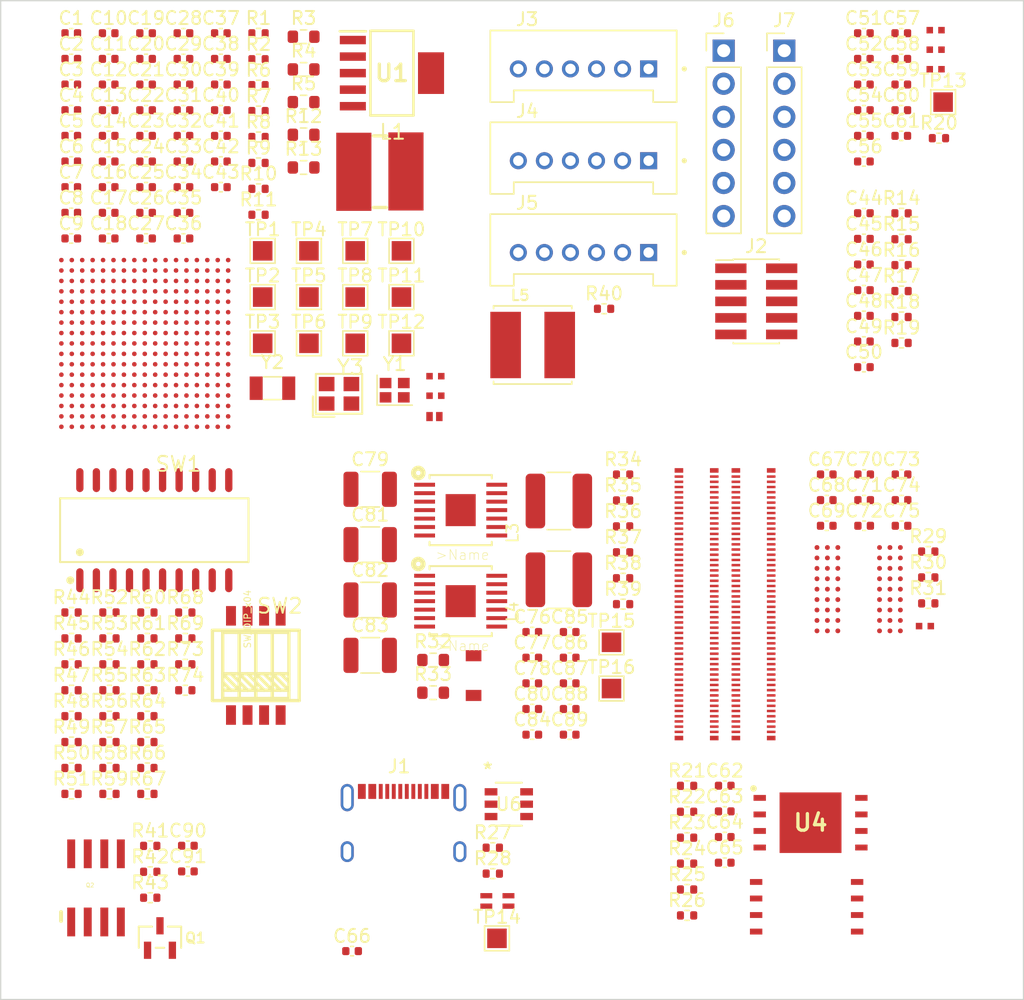
<source format=kicad_pcb>
(kicad_pcb (version 20221018) (generator pcbnew)
  (layers (0 "F.Cu" signal) (31 "B.Cu" signal) (34 "B.Paste" user) (35 "F.Paste" user) (36 "B.SilkS" user "B.Silkscreen") (37 "F.SilkS" user "F.Silkscreen") (38 "B.Mask" user) (39 "F.Mask" user) (44 "Edge.Cuts" user))
  (net 0 "")
  (net 1 "GND")
  (net 2 "VSYS")
  (net 3 "Net-(D1-A)")
  (net 4 "Net-(U2A-VDD_SNVS_IN)")
  (net 5 "Net-(U2B-VDD_SOC_IN_1)")
  (net 6 "/RT1176 #1/MCU_DCDC_IN")
  (net 7 "VDD_SNVS_ANA")
  (net 8 "VDD_LPSR_IN")
  (net 9 "VDD_SNVS_DIG")
  (net 10 "/RT1176 #1/VDD_LPSR_ANA")
  (net 11 "Net-(U2C-DCDC_PSWITCH)")
  (net 12 "Net-(U2E-XTALI)")
  (net 13 "Net-(U2E-XTALO)")
  (net 14 "Net-(U2A-RTC_XTALI)")
  (net 15 "Net-(U2A-RTC_XTALO)")
  (net 16 "/RT1176 #1/VDD_LPSR_DIG")
  (net 17 "Net-(U2C-DCDC_MODE)")
  (net 18 "VDD_1P0")
  (net 19 "VDD_SOC_IN_SENSE")
  (net 20 "VDD_SOC_IN")
  (net 21 "DCDC_1V8_OUT_SENSE")
  (net 22 "DCDC_1V8_OUT")
  (net 23 "POR_B")
  (net 24 "ADC_1V8_IN")
  (net 25 "Net-(U2B-VDDA_ADC_3P3)")
  (net 26 "VDD_3V3")
  (net 27 "Net-(U2I-NVCC_DISP1)")
  (net 28 "Net-(U2I-NVCC_DISP2)")
  (net 29 "Net-(U2G-NVCC_SD1)")
  (net 30 "Net-(U2G-NVCC_SD2)")
  (net 31 "Net-(U2J-GPIO_EMC_B1_39)")
  (net 32 "Net-(U2K-VDD_MIPI_1P8)")
  (net 33 "Net-(U2K-VDD_MIPI_1P0)")
  (net 34 "Net-(U2L-VDD_USB_1P8)")
  (net 35 "Net-(U2L-VDD_USB_3P3)")
  (net 36 "/RT1176 #3/VUSB")
  (net 37 "/RT1176 #3/MCM_3V3")
  (net 38 "VDD_1V8")
  (net 39 "VUSB")
  (net 40 "GNDREF")
  (net 41 "/SDRAM/SDRAM_1V8")
  (net 42 "VDD_1V8_SENSE")
  (net 43 "VDD_3V3_SENSE")
  (net 44 "Net-(U9-SW1)")
  (net 45 "Net-(U9-VBST)")
  (net 46 "Net-(U8-SW1)")
  (net 47 "Net-(U8-VBST)")
  (net 48 "Net-(U9-SS)")
  (net 49 "Net-(U8-SS)")
  (net 50 "Net-(U9-VREG5)")
  (net 51 "Net-(U8-VREG5)")
  (net 52 "/Interface/VBATT")
  (net 53 "Net-(C90-Pad2)")
  (net 54 "VDD_SNVS_3V3")
  (net 55 "VBATT")
  (net 57 "USB_CC1")
  (net 58 "/USB-C/USB_DN_CON")
  (net 59 "/USB-C/USB_DP_CON")
  (net 61 "USB_CC2")
  (net 62 "SWD_DIO")
  (net 63 "SWD_CLK")
  (net 64 "JTAG_TDO")
  (net 66 "JTAG_TDI")
  (net 67 "SWD_RESET")
  (net 68 "/Interface/POR_B")
  (net 69 "/Interface/EN_RT1176")
  (net 72 "/Interface/RT1176_TX_TO_HOST")
  (net 73 "/Interface/RT1176_RX_FROM_HOST")
  (net 74 "Net-(J7-Pin_1)")
  (net 75 "/Interface/VBATT_IN")
  (net 76 "/Interface/VUSB")
  (net 77 "GPIO_AD_27")
  (net 78 "GPIO_EMC_B1_40")
  (net 79 "GPIO_AD_26")
  (net 80 "GPIO_AD_03")
  (net 81 "GPIO_AD_11")
  (net 82 "GPIO_AD_01")
  (net 83 "GPIO_AD_00")
  (net 84 "GPIO_AD_06")
  (net 85 "GPIO_AD_02")
  (net 86 "GPIO_AD_07")
  (net 87 "GPIO_LPSR_04")
  (net 88 "GPIO_LPSR_05")
  (net 89 "GPIO_EMC_B1_41")
  (net 90 "GPIO_EMC_B2_00")
  (net 91 "GPIO_SNVS_03")
  (net 92 "GPIO_SNVS_09")
  (net 93 "PMIC_ON_REQ")
  (net 94 "ONOFF")
  (net 95 "GPIO_SNVS_00")
  (net 96 "PMIC_STBY_REQ")
  (net 97 "GPIO_SNVS_05")
  (net 98 "GPIO_SNVS_07")
  (net 99 "GPIO_LPSR_07")
  (net 100 "WAKEUP")
  (net 101 "GPIO_LPSR_15")
  (net 102 "GPIO_EMC_B2_10")
  (net 103 "GPIO_LPSR_14")
  (net 104 "GPIO_EMC_B2_06")
  (net 105 "GPIO_LPSR_13")
  (net 106 "GPIO_LPSR_12")
  (net 107 "GPIO_LPSR_01")
  (net 108 "GPIO_LPSR_11")
  (net 109 "GPIO_EMC_B2_01")
  (net 110 "GPIO_LPSR_10")
  (net 111 "GPIO_LPSR_09")
  (net 112 "GPIO_AD_32")
  (net 113 "GPIO_AD_33")
  (net 114 "GPIO_EMC_B2_08")
  (net 115 "DA_GPIO0")
  (net 116 "GPIO_SNVS_08")
  (net 117 "GPIO_SNVS_04")
  (net 118 "DA_nRESET")
  (net 119 "DA_nIRQ")
  (net 120 "GPIO_EMC_B2_05")
  (net 121 "DA_GPIO2")
  (net 122 "GPIO_EMC_B2_09")
  (net 123 "DA_GPIO3")
  (net 124 "GPIO_EMC_B2_04")
  (net 125 "DA_GPIO4")
  (net 126 "GPIO_EMC_B2_07")
  (net 127 "GPIO_SD_B2_00")
  (net 128 "GPIO_LPSR_06")
  (net 129 "GPIO_SD_B2_02")
  (net 130 "GPIO_SD_B2_01")
  (net 131 "GPIO_SD_B2_03")
  (net 132 "GPIO_SNVS_06")
  (net 133 "GPIO_SD_B2_04")
  (net 134 "GPIO_SNVS_02")
  (net 135 "GPIO_SD_B2_05")
  (net 136 "GPIO_DISP_B2_09")
  (net 137 "GPIO_SD_B1_04")
  (net 138 "GPIO_DISP_B2_07")
  (net 139 "GPIO_AD_35")
  (net 140 "GPIO_DISP_B2_06")
  (net 141 "GPIO_AD_24")
  (net 142 "GPIO_AD_25")
  (net 143 "GPIO_SD_B1_01")
  (net 144 "GPIO_AD_34")
  (net 145 "GPIO_SD_B1_03")
  (net 146 "DAC_OUT")
  (net 147 "GPIO_SD_B1_02")
  (net 148 "GPIO_LPSR_00")
  (net 149 "GPIO_SD_B1_05")
  (net 150 "GPIO_SD_B1_00")
  (net 155 "VDDA_1P0")
  (net 156 "MCM_3V3")
  (net 157 "MCM_3V3_SENSE")
  (net 158 "Net-(J9-Pad14)")
  (net 159 "BOOT_MODE0")
  (net 160 "BOOT_MODE1")
  (net 164 "Net-(J9-Pad28)")
  (net 166 "Net-(J9-Pad35)")
  (net 167 "GPIO_EMC_B2_02")
  (net 168 "ETHPHY_RST_B")
  (net 169 "ENET_RGMII_MDC")
  (net 170 "ENET_RGMII_MDIO")
  (net 171 "GPIO_DISP_B2_15")
  (net 172 "GPIO_DISP_B2_08")
  (net 173 "GPIO_DISP_B2_13")
  (net 174 "ENET_RGMII_TXD3")
  (net 175 "GPIO_DISP_B2_12")
  (net 176 "ENET_RGMII_TXD2")
  (net 177 "GPIO_DISP_B2_10")
  (net 178 "ENET_RGMII_TXD1")
  (net 179 "GPIO_DISP_B2_11")
  (net 180 "ENET_RGMII_TXD0")
  (net 181 "GPIO_DISP_B2_14")
  (net 182 "ENET_RGMII_TX_EN")
  (net 183 "ENET_RGMII_TXC")
  (net 184 "ENET_RGMII_RXD2")
  (net 185 "ENET_RGMII_RXD1")
  (net 186 "GPIO_AD_28")
  (net 187 "ENET_RGMII_RXD0")
  (net 188 "GPIO_AD_29")
  (net 189 "ENET_RGMII_RXD3")
  (net 190 "GPIO_AD_30")
  (net 191 "GPIO_AD_31")
  (net 192 "ENET_RGMII_RX_EN")
  (net 193 "ENET_RGMII_RXC")
  (net 194 "MIPI_DSI_D0_P")
  (net 195 "MIPI_DSI_D0_N")
  (net 196 "MIPI_DSI_CK_P")
  (net 197 "MIPI_CSI_D0_P")
  (net 198 "MIPI_DSI_CK_N")
  (net 199 "MIPI_CSI_D0_N")
  (net 200 "MIPI_DSI_D1_P")
  (net 201 "MIPI_CSI_CK_P")
  (net 202 "MIPI_DSI_D1_N")
  (net 203 "MIPI_CSI_CK_N")
  (net 204 "MIPI_CSI_D1_P")
  (net 205 "MIPI_CSI_D1_N")
  (net 206 "Net-(U2C-DCDC_LP_1)")
  (net 207 "Net-(U2C-DCDC_LN_1)")
  (net 208 "/Interface/Power Enable/VBUS_IN")
  (net 209 "Net-(U6-IO_1_OUT)")
  (net 210 "OTG1_D_N")
  (net 211 "Net-(U9-VFB)")
  (net 212 "Net-(U9-PG)")
  (net 213 "Net-(Q1-G)")
  (net 214 "Net-(Q1-D)")
  (net 215 "Net-(U1-SENSE{slash}ADJ)")
  (net 216 "Net-(U2A-TEST_MODE)")
  (net 217 "JTAG_MOD")
  (net 218 "FlexSPI_A_SS0")
  (net 219 "FlexSPI_A_D3")
  (net 220 "FlexSPI_A_D2")
  (net 221 "SEMC_CKE")
  (net 222 "SEMC_CS0")
  (net 223 "SEMC_CLK")
  (net 224 "/SDRAM/SEMC_CLK_R")
  (net 225 "OTG1_D_P")
  (net 226 "Net-(U8-VFB)")
  (net 227 "Net-(U6-IO_2_OUT)")
  (net 228 "Net-(U8-PG)")
  (net 229 "Net-(U2E-CLK1_P)")
  (net 230 "Net-(U2E-CLK1_N)")
  (net 231 "/RT1176 #3/SEMC_DQS4")
  (net 232 "SEMC_A1")
  (net 233 "SEMC_A0")
  (net 234 "ENET_RGMII_TXC_BT")
  (net 235 "ENET_RGMII_TXD1_BT")
  (net 236 "WIFI_SDIO_D3")
  (net 237 "SEMC_A5")
  (net 238 "SEMC_A10")
  (net 239 "SEMC_A8")
  (net 240 "SEMC_A9")
  (net 241 "ENET_RGMII_TX_EN_BT")
  (net 242 "WIFI_SDIO_D2")
  (net 243 "WIFI_SDIO_CMD")
  (net 244 "WIFI_SDIO_D1")
  (net 245 "SEMC_A6")
  (net 246 "SEMC_A2")
  (net 247 "SEMC_A12")
  (net 248 "SEMC_A11")
  (net 249 "SEMC_A3")
  (net 250 "GPIO_DISP_B2_04")
  (net 251 "GPIO_DISP_B2_05")
  (net 252 "ENET_RGMII_TXD0_BT")
  (net 253 "USB2_TPU_N")
  (net 254 "USB2_TPU_P")
  (net 255 "SEMC_D10")
  (net 256 "SEMC_D9")
  (net 257 "SEMC_A7")
  (net 258 "SEMC_A4")
  (net 259 "GPIO_DISP_B2_03")
  (net 260 "ENET_RGMII_TXD3_BT")
  (net 261 "WIFI_SDIO_CLK")
  (net 262 "SEMC_D12")
  (net 263 "SEMC_D11")
  (net 264 "SEMC_D8")
  (net 265 "SEMC_D3")
  (net 266 "SEMC_WE")
  (net 267 "GPIO_DISP_B2_00")
  (net 268 "GPIO_DISP_B2_02")
  (net 269 "ENET_RGMII_TXD2_BT")
  (net 270 "USDHC2_CMD")
  (net 271 "USDHC2_DATA0")
  (net 272 "OTG_D_N")
  (net 273 "OTG_D_P")
  (net 274 "SEMC_D13")
  (net 275 "SEMC_D1")
  (net 276 "SEMC_D0")
  (net 277 "SEMC_D5")
  (net 278 "SEMC_DM0")
  (net 279 "GPIO_DISP_B2_01")
  (net 280 "USDHC2_CLK")
  (net 281 "FlexSPI_A_D0")
  (net 282 "SEMC_D14")
  (net 283 "SEMC_BA0")
  (net 284 "SEMC_D2")
  (net 285 "FlexSPI_A_CLK")
  (net 286 "SEMC_D15")
  (net 287 "SEMC_BA1")
  (net 288 "SEMC_D7")
  (net 289 "SEMC_D6")
  (net 290 "SEMC_D4")
  (net 291 "USDHC2_DATA1")
  (net 292 "FlexSPI_A_D1")
  (net 293 "SEMC_DM1")
  (net 294 "SEMC_RAS")
  (net 295 "SEMC_CAS")
  (net 296 "GPIO_AD_23")
  (net 297 "USDHC2_DATA2")
  (net 298 "USDHC2_DATA3")
  (net 299 "LPUART6_TXD")
  (net 300 "LPUART6_CTS")
  (net 301 "LPUART6_RTS")
  (net 302 "TPU_BOOT_FAIL")
  (net 303 "GPIO_AD_22")
  (net 304 "GPIO_AD_20")
  (net 305 "GPIO_AD_21")
  (net 306 "LPUART6_RXD")
  (net 307 "TPU_POW_EN")
  (net 308 "GPIO_EMC_B2_11")
  (net 309 "BRD_STAT_LED")
  (net 310 "GPIO_AD_13")
  (net 311 "LPUART1_TX_BOOT")
  (net 312 "GPIO_AD_19")
  (net 313 "GPIO_EMC_B2_12")
  (net 314 "TPU_RST_L")
  (net 315 "USER_LED")
  (net 316 "GPIO_AD_04")
  (net 317 "GPIO_AD_15")
  (net 318 "LPUART1_RX_BOOT")
  (net 319 "GPIO_AD_18")
  (net 320 "GPIO_AD_14")
  (net 321 "GPIO_AD_17")
  (net 322 "GPIO_AD_16")
  (net 323 "MCM_1V8")
  (net 324 "GPIO_LPSR_02")
  (net 325 "CAMERA_INT")
  (net 326 "BT_CFG_IO_EN")
  (net 327 "GPIO_AD_12")
  (net 328 "USER_BUTTON")
  (net 329 "WIFI_POWER_EN")
  (net 330 "USB_PORT_RT")
  (net 331 "USB_OTG1_ID")
  (net 332 "GPIO_AD_10")
  (net 333 "CAMERA_TRIG")
  (net 334 "GPIO_LPSR_03")
  (net 335 "GPIO_LPSR_08")
  (net 337 "Net-(R44-Pad1)")
  (net 338 "Net-(R45-Pad1)")
  (net 339 "Net-(R46-Pad1)")
  (net 340 "Net-(R47-Pad1)")
  (net 341 "Net-(R48-Pad1)")
  (net 342 "Net-(R49-Pad1)")
  (net 343 "Net-(R50-Pad1)")
  (net 344 "Net-(R51-Pad1)")
  (net 345 "Net-(R52-Pad1)")
  (net 346 "Net-(R53-Pad1)")
  (net 347 "Net-(R54-Pad1)")
  (net 348 "Net-(R55-Pad1)")
  (net 349 "Net-(R56-Pad1)")
  (net 350 "Net-(R57-Pad1)")
  (net 351 "VDD_3V3_")
  (footprint "adcs:SW-SMD_DSHP10TS-S" (layer "F.Cu") (at 14.092 42.16)
    (fp_text reference "SW1")
    (fp_text value "SW_DIP_x10" hide)
  )
  (footprint "Resistor_SMD:R_0402_1005Metric" (layer "F.Cu") (at 71.44 25.79)
    (fp_text reference "R18")
    (fp_text value "0Ω")
  )
  (footprint "Resistor_SMD:R_0402_1005Metric" (layer "F.Cu") (at 50.07 45.85)
    (fp_text reference "R38")
    (fp_text value "100kΩ")
  )
  (footprint "Capacitor_SMD:C_0402_1005Metric" (layer "F.Cu") (at 71.44 37.88)
    (fp_text reference "C73")
    (fp_text value "0.1uF")
  )
  (footprint "adcs:L0402_H0.55MM" (layer "F.Cu") (at 73.235 49.525)
    (fp_text reference "FB6" hide)
    (fp_text value "190mΩ" hide)
  )
  (footprint "mainboard:SOT-23" (layer "F.Cu") (at 14.5268 73.4117)
    (fp_text reference "Q1")
    (fp_text value "IRLML2803" hide)
  )
  (footprint "Crystal:Crystal_SMD_3215-2Pin_3.2x1.5mm" (layer "F.Cu") (at 23.16 31.26)
    (fp_text reference "Y2")
    (fp_text value "32.768kHz")
  )
  (footprint "Capacitor_SMD:C_0402_1005Metric" (layer "F.Cu") (at 43.1 51.95)
    (fp_text reference "C77")
    (fp_text value "22uF")
  )
  (footprint "Resistor_SMD:R_0402_1005Metric" (layer "F.Cu") (at 22.09 7.99)
    (fp_text reference "R6")
    (fp_text value "30kΩ")
  )
  (footprint "Capacitor_SMD:C_0402_1005Metric" (layer "F.Cu") (at 45.97 49.98)
    (fp_text reference "C85")
    (fp_text value "0.1uF")
  )
  (footprint "Resistor_SMD:R_0603_1608Metric" (layer "F.Cu") (at 35.49 52.13)
    (fp_text reference "R32")
    (fp_text value "10mΩ")
  )
  (footprint "Capacitor_SMD:C_0402_1005Metric" (layer "F.Cu") (at 16.33 4)
    (fp_text reference "C28")
    (fp_text value "0.1uF")
  )
  (footprint "Capacitor_SMD:C_0402_1005Metric" (layer "F.Cu") (at 13.46 13.85)
    (fp_text reference "C24")
    (fp_text value "0.1uF")
  )
  (footprint "Resistor_SMD:R_0402_1005Metric" (layer "F.Cu") (at 13.78 68.39)
    (fp_text reference "R42")
    (fp_text value "4.7kΩ")
  )
  (footprint "Capacitor_SMD:C_0402_1005Metric" (layer "F.Cu") (at 7.72 13.85)
    (fp_text reference "C6")
    (fp_text value "4.7uF")
  )
  (footprint "Capacitor_SMD:C_0402_1005Metric" (layer "F.Cu") (at 68.55 27.67)
    (fp_text reference "C49")
    (fp_text value "2.2uF")
  )
  (footprint "Resistor_SMD:R_0603_1608Metric" (layer "F.Cu") (at 25.55 9.29)
    (fp_text reference "R5")
    (fp_text value "10mΩ")
  )
  (footprint "Resistor_SMD:R_0402_1005Metric" (layer "F.Cu") (at 73.49 47.78)
    (fp_text reference "R31")
    (fp_text value "0Ω")
  )
  (footprint "Resistor_SMD:R_0402_1005Metric" (layer "F.Cu") (at 7.74 52.46)
    (fp_text reference "R46")
    (fp_text value "22kΩ")
  )
  (footprint "Resistor_SMD:R_0402_1005Metric" (layer "F.Cu") (at 73.49 43.8)
    (fp_text reference "R29")
    (fp_text value "100kΩ")
  )
  (footprint "Capacitor_SMD:C_0402_1005Metric" (layer "F.Cu") (at 43.1 55.89)
    (fp_text reference "C80")
    (fp_text value "22uF")
  )
  (footprint "TestPoint:TestPoint_Pad_1.5x1.5mm" (layer "F.Cu") (at 22.41 27.81)
    (fp_text reference "TP3")
    (fp_text value "TestPoint")
  )
  (footprint "Capacitor_SMD:C_0402_1005Metric" (layer "F.Cu") (at 10.59 17.79)
    (fp_text reference "C17")
    (fp_text value "4.7uF")
  )
  (footprint "Capacitor_SMD:C_0402_1005Metric" (layer "F.Cu") (at 13.46 15.82)
    (fp_text reference "C25")
    (fp_text value "0.1uF")
  )
  (footprint "Capacitor_SMD:C_0402_1005Metric" (layer "F.Cu") (at 43.1 49.98)
    (fp_text reference "C76")
    (fp_text value "22uF")
  )
  (footprint "adcs:IND4_CHOKE_0805" (layer "F.Cu") (at 40.42209 70.62825)
    (fp_text reference "L2" hide)
    (fp_text value "DLW21HN900SQ2L" hide)
  )
  (footprint "Resistor_SMD:R_0603_1608Metric" (layer "F.Cu") (at 25.55 14.31)
    (fp_text reference "R13")
    (fp_text value "10mΩ")
  )
  (footprint "Capacitor_SMD:C_0402_1005Metric" (layer "F.Cu") (at 16.33 11.88)
    (fp_text reference "C32")
    (fp_text value "10uF")
  )
  (footprint "Capacitor_SMD:C_0402_1005Metric" (layer "F.Cu") (at 13.46 19.76)
    (fp_text reference "C27")
    (fp_text value "2.2uF")
  )
  (footprint "Capacitor_SMD:C_0402_1005Metric" (layer "F.Cu") (at 10.59 5.97)
    (fp_text reference "C11")
    (fp_text value "4.7uF")
  )
  (footprint "adcs:IND-SMD_L5.8-W5.2_PIO54" (layer "F.Cu") (at 31.405 14.628)
    (fp_text reference "L1")
    (fp_text value "4.7uH" hide)
  )
  (footprint "Resistor_SMD:R_0402_1005Metric" (layer "F.Cu") (at 71.44 21.81)
    (fp_text reference "R16")
    (fp_text value "0Ω")
  )
  (footprint "Resistor_SMD:R_0402_1005Metric" (layer "F.Cu") (at 54.98 67.76)
    (fp_text reference "R24")
    (fp_text value "33k")
  )
  (footprint "Resistor_SMD:R_0402_1005Metric" (layer "F.Cu") (at 22.09 15.95)
    (fp_text reference "R10")
    (fp_text value "10kΩ")
  )
  (footprint "Capacitor_SMD:C_0402_1005Metric" (layer "F.Cu") (at 7.72 7.94)
    (fp_text reference "C3")
    (fp_text value "1uF")
  )
  (footprint "Capacitor_SMD:C_0402_1005Metric" (layer "F.Cu") (at 57.87 65.72)
    (fp_text reference "C64")
    (fp_text value "1uF")
  )
  (footprint "Resistor_SMD:R_0402_1005Metric" (layer "F.Cu") (at 54.98 65.77)
    (fp_text reference "R23")
    (fp_text value "33k")
  )
  (footprint "adcs:L0402_H0.55MM" (layer "F.Cu") (at 35.665 30.335)
    (fp_text reference "FB1" hide)
    (fp_text value "190mΩ" hide)
  )
  (footprint "Resistor_SMD:R_0402_1005Metric" (layer "F.Cu") (at 50.07 41.87)
    (fp_text reference "R36")
    (fp_text value "22.1kΩ")
  )
  (footprint "Resistor_SMD:R_0402_1005Metric" (layer "F.Cu") (at 40.07 68.53)
    (fp_text reference "R28")
    (fp_text value "5.1kΩ")
  )
  (footprint "Resistor_SMD:R_0402_1005Metric" (layer "F.Cu") (at 7.74 50.47)
    (fp_text reference "R45")
    (fp_text value "22kΩ")
  )
  (footprint "Resistor_SMD:R_0402_1005Metric" (layer "F.Cu") (at 13.56 54.45)
    (fp_text reference "R63")
    (fp_text value "47kΩ")
  )
  (footprint "mainboard:MOLEX_35362-0650" (layer "F.Cu") (at 47.03 6.74)
    (fp_text reference "J3")
    (fp_text value "353620650")
  )
  (footprint "Capacitor_SMD:C_0402_1005Metric" (layer "F.Cu") (at 19.2 5.97)
    (fp_text reference "C38")
    (fp_text value "1uF")
  )
  (footprint "TestPoint:TestPoint_Pad_1.5x1.5mm" (layer "F.Cu") (at 25.96 27.81)
    (fp_text reference "TP6")
    (fp_text value "TestPoint")
  )
  (footprint "Capacitor_SMD:C_0402_1005Metric" (layer "F.Cu") (at 57.87 63.75)
    (fp_text reference "C63")
    (fp_text value "1uF")
  )
  (footprint "Capacitor_SMD:C_0402_1005Metric" (layer "F.Cu") (at 7.72 4)
    (fp_text reference "C1")
    (fp_text value "1uF")
  )
  (footprint "TestPoint:TestPoint_Pad_1.5x1.5mm" (layer "F.Cu") (at 33.06 20.71)
    (fp_text reference "TP10")
    (fp_text value "TestPoint")
  )
  (footprint "adcs:BGA289C80P17X17_1400X14000X152" (layer "F.Cu") (at 13.36 27.82)
    (fp_text reference "U2" hide)
    (fp_text value "MIMXRT1176" hide)
  )
  (footprint "Capacitor_SMD:C_0402_1005Metric" (layer "F.Cu") (at 45.97 53.92)
    (fp_text reference "C87")
    (fp_text value "3.3nF")
  )
  (footprint "Capacitor_SMD:C_0402_1005Metric" (layer "F.Cu") (at 71.44 41.82)
    (fp_text reference "C75")
    (fp_text value "0.1uF")
  )
  (footprint "Resistor_SMD:R_0402_1005Metric" (layer "F.Cu") (at 7.74 48.48)
    (fp_text reference "R44")
    (fp_text value "22kΩ")
  )
  (footprint "mainboard:MOLEX_35362-0650" (layer "F.Cu") (at 47.03 20.84)
    (fp_text reference "J5")
    (fp_text value "353620650")
  )
  (footprint "TestPoint:TestPoint_Pad_1.5x1.5mm" (layer "F.Cu") (at 29.51 27.81)
    (fp_text reference "TP9")
    (fp_text value "TestPoint")
  )
  (footprint "Capacitor_SMD:C_0402_1005Metric" (layer "F.Cu") (at 19.2 11.88)
    (fp_text reference "C41")
    (fp_text value "1uF")
  )
  (footprint "Capacitor_SMD:C_0402_1005Metric" (layer "F.Cu") (at 10.59 19.76)
    (fp_text reference "C18")
    (fp_text value "10pF")
  )
  (footprint "Capacitor_SMD:C_0402_1005Metric" (layer "F.Cu") (at 68.55 13.85)
    (fp_text reference "C56")
    (fp_text value "1uF")
  )
  (footprint "Resistor_SMD:R_0402_1005Metric" (layer "F.Cu") (at 7.74 58.43)
    (fp_text reference "R49")
    (fp_text value "22kΩ")
  )
  (footprint "Resistor_SMD:R_0402_1005Metric" (layer "F.Cu") (at 13.56 58.43)
    (fp_text reference "R65")
    (fp_text value "47kΩ")
  )
  (footprint "Resistor_SMD:R_0402_1005Metric" (layer "F.Cu") (at 10.65 56.44)
    (fp_text reference "R56")
    (fp_text value "4.7kΩ")
  )
  (footprint "TestPoint:TestPoint_Pad_1.5x1.5mm" (layer "F.Cu") (at 29.51 20.71)
    (fp_text reference "TP7")
    (fp_text value "TestPoint")
  )
  (footprint "Resistor_SMD:R_0402_1005Metric" (layer "F.Cu") (at 50.07 37.89)
    (fp_text reference "R34")
    (fp_text value "30.1kΩ")
  )
  (footprint "Resistor_SMD:R_0402_1005Metric" (layer "F.Cu") (at 50.07 43.86)
    (fp_text reference "R37")
    (fp_text value "22.1kΩ")
  )
  (footprint "Resistor_SMD:R_0402_1005Metric" (layer "F.Cu") (at 10.65 58.43)
    (fp_text reference "R57")
    (fp_text value "4.7kΩ")
  )
  (footprint "Capacitor_SMD:C_0402_1005Metric" (layer "F.Cu") (at 13.46 7.94)
    (fp_text reference "C21")
    (fp_text value "10pF")
  )
  (footprint "Resistor_SMD:R_0603_1608Metric" (layer "F.Cu") (at 25.55 4.27)
    (fp_text reference "R3")
    (fp_text value "1Ω")
  )
  (footprint "Resistor_SMD:R_0402_1005Metric" (layer "F.Cu") (at 16.47 50.47)
    (fp_text reference "R69")
    (fp_text value "47kΩ")
  )
  (footprint "TestPoint:TestPoint_Pad_1.5x1.5mm" (layer "F.Cu") (at 33.06 27.81)
    (fp_text reference "TP12")
    (fp_text value "TestPoint")
  )
  (footprint "mainboard:NDS8434" (layer "F.Cu") (at 9.6186 69.6261)
    (fp_text reference "Q2")
    (fp_text value "NDS8434" hide)
  )
  (footprint "Resistor_SMD:R_0402_1005Metric" (layer "F.Cu") (at 54.98 69.75)
    (fp_text reference "R25")
    (fp_text value "33k")
  )
  (footprint "Capacitor_SMD:C_0402_1005Metric" (layer "F.Cu") (at 68.55 19.79)
    (fp_text reference "C45")
    (fp_text value "4.7uF")
  )
  (footprint "Resistor_SMD:R_0402_1005Metric" (layer "F.Cu") (at 13.56 50.47)
    (fp_text reference "R61")
    (fp_text value "47kΩ")
  )
  (footprint "Capacitor_SMD:C_0402_1005Metric" (layer "F.Cu") (at 65.7 41.82)
    (fp_text reference "C69")
    (fp_text value "0.1uF")
  )
  (footprint "adcs:BGA54C80P6X9_800X800X100" (layer "F.Cu") (at 68.15 46.69)
    (fp_text reference "U7" hide)
    (fp_text value "MT48H32M16LFB4-6" hide)
  )
  (footprint "adcs:L0402_H0.55MM" (layer "F.Cu") (at 74.055 6.765)
    (fp_text reference "FB5" hide)
    (fp_text value "190mΩ" hide)
  )
  (footprint "Resistor_SMD:R_0402_1005Metric" (layer "F.Cu") (at 16.47 52.46)
    (fp_text reference "R73")
    (fp_text value "100kΩ")
  )
  (footprint "Capacitor_SMD:C_0402_1005Metric" (layer "F.Cu") (at 45.97 55.89)
    (fp_text reference "C88")
    (fp_text value "1uF")
  )
  (footprint "Capacitor_SMD:C_0402_1005Metric" (layer "F.Cu") (at 29.27 74.48)
    (fp_text reference "C66")
    (fp_text value "4.7uF")
  )
  (footprint "Capacitor_SMD:C_0402_1005Metric" (layer "F.Cu") (at 71.42 7.94)
    (fp_text reference "C59")
    (fp_text value "1uF")
  )
  (footprint "Resistor_SMD:R_0402_1005Metric" (layer "F.Cu") (at 71.44 23.8)
    (fp_text reference "R17")
    (fp_text value "0Ω")
  )
  (footprint "TestPoint:TestPoint_Pad_1.5x1.5mm" (layer "F.Cu") (at 49.18 50.77)
    (fp_text reference "TP15")
    (fp_text value "TestPoint")
  )
  (footprint "mainboard:L_2141" (layer "F.Cu") (at 45.14 45.97)
    (fp_text reference "L4")
    (fp_text value "3.3uH")
  )
  (footprint "Capacitor_SMD:C_0402_1005Metric" (layer "F.Cu") (at 19.2 4)
    (fp_text reference "C37")
    (fp_text value "0.1uF")
  )
  (footprint "Resistor_SMD:R_0402_1005Metric" (layer "F.Cu") (at 7.74 60.42)
    (fp_text reference "R50")
    (fp_text value "22kΩ")
  )
  (footprint "Capacitor_SMD:C_0402_1005Metric" (layer "F.Cu") (at 57.87 67.69)
    (fp_text reference "C65")
    (fp_text value "1uF")
  )
  (footprint "adcs:L0402_H0.55MM" (layer "F.Cu") (at 74.055 3.765)
    (fp_text reference "FB3" hide)
    (fp_text value "190mΩ" hide)
  )
  (footprint "Capacitor_SMD:C_0402_1005Metric" (layer "F.Cu") (at 19.2 15.82)
    (fp_text reference "C43")
    (fp_text value "4.7uF")
  )
  (footprint "Capacitor_SMD:C_0402_1005Metric" (layer "F.Cu") (at 68.55 11.88)
    (fp_text reference "C55")
    (fp_text value "10pF")
  )
  (footprint "Capacitor_SMD:C_0402_1005Metric" (layer "F.Cu") (at 10.59 15.82)
    (fp_text reference "C16")
    (fp_text value "0.22uF")
  )
  (footprint "Crystal:Crystal_SMD_2016-4Pin_2.0x1.6mm" (layer "F.Cu") (at 32.54 31.41)
    (fp_text reference "Y1")
    (fp_text value "24.0mHz")
  )
  (footprint "Resistor_SMD:R_0603_1608Metric" (layer "F.Cu") (at 25.55 6.78)
    (fp_text reference "R4")
    (fp_text value "10mΩ")
  )
  (footprint "Capacitor_SMD:C_0402_1005Metric" (layer "F.Cu") (at 19.2 7.94)
    (fp_text reference "C39")
    (fp_text value "0.1uF")
  )
  (footprint "Resistor_SMD:R_0402_1005Metric" (layer "F.Cu") (at 7.74 56.44)
    (fp_text reference "R48")
    (fp_text value "22kΩ")
  )
  (footprint "Capacitor_SMD:C_0402_1005Metric" (layer "F.Cu") (at 16.33 15.82)
    (fp_text reference "C34")
    (fp_text value "0.1uF")
  )
  (footprint "Resistor_SMD:R_0402_1005Metric" (layer "F.Cu") (at 13.78 70.38)
    (fp_text reference "R43")
    (fp_text value "100kΩ")
  )
  (footprint "Capacitor_SMD:C_0402_1005Metric" (layer "F.Cu") (at 65.7 37.88)
    (fp_text reference "C67")
    (fp_text value "22uF")
  )
  (footprint "adcs:SON127P800X600X95-9N-D" (layer "F.Cu") (at 64.455 64.62)
    (fp_text reference "U4")
    (fp_text value "EM064LXQADG13IS1T" hide)
  )
  (footprint "Resistor_SMD:R_0402_1005Metric" (layer "F.Cu") (at 10.65 54.45)
    (fp_text reference "R55")
    (fp_text value "22kΩ")
  )
  (footprint "TestPoint:TestPoint_Pad_1.5x1.5mm" (layer "F.Cu") (at 29.51 24.26)
    (fp_text reference "TP8")
    (fp_text value "TestPoint")
  )
  (footprint "TestPoint:TestPoint_Pad_1.5x1.5mm" (layer "F.Cu") (at 40.39 73.5)
    (fp_text reference "TP14")
    (fp_text value "TestPoint")
  )
  (footprint "Capacitor_SMD:C_0402_1005Metric" (layer "F.Cu") (at 13.46 4)
    (fp_text reference "C19")
    (fp_text value "10pF")
  )
  (footprint "Capacitor_SMD:C_0402_1005Metric" (layer "F.Cu") (at 16.67 68.36)
    (fp_text reference "C91")
    (fp_text value "4.7uF")
  )
  (footprint "Capacitor_SMD:C_0402_1005Metric" (layer "F.Cu") (at 65.7 39.85)
    (fp_text reference "C68")
    (fp_text value "4.7uF")
  )
  (footprint "Capacitor_SMD:C_1210_3225Metric" (layer "F.Cu") (at 30.66 51.77)
    (fp_text reference "C83")
    (fp_text value "100uF")
  )
  (footprint "Capacitor_SMD:C_0402_1005Metric" (layer "F.Cu") (at 71.42 11.88)
    (fp_text reference "C61")
    (fp_text value "1uF")
  )
  (footprint "Capacitor_SMD:C_0402_1005Metric" (layer "F.Cu") (at 16.67 66.39)
    (fp_text reference "C90")
    (fp_text value "10nF")
  )
  (footprint "mainboard:PWP14_2P31X2P46-L" (layer "F.Cu") (at 37.6045 47.610118)
    (fp_text reference "U9" hide)
    (fp_text value "TPS54226PWPRPWP14_2P31X2P46-L" hide)
  )
  (footprint "Resistor_SMD:R_0402_1005Metric" (layer "F.Cu") (at 73.49 45.79)
    (fp_text reference "R30")
    (fp_text value "4.7K - DNP")
  )
  (footprint "adcs:D0402_H0.55MM" (layer "F.Cu") (at 35.59 33.435)
    (fp_text reference "D1" hide)
    (fp_text value "CDBQR00340-HF" hide)
  )
  (footprint "Capacitor_SMD:C_0402_1005Metric" (layer "F.Cu") (at 68.55 29.64)
    (fp_text reference "C50")
    (fp_text value "2.2uF")
  )
  (footprint "Capacitor_SMD:C_0402_1005Metric" (layer "F.Cu") (at 68.57 39.85)
    (fp_text reference "C71")
    (fp_text value "0.1uF")
  )
  (footprint "Resistor_SMD:R_0402_1005Metric" (layer "F.Cu") (at 13.56 62.41)
    (fp_text reference "R67")
    (fp_text value "47kΩ")
  )
  (footprint "Capacitor_SMD:C_0402_1005Metric" (layer "F.Cu") (at 16.33 5.97)
    (fp_text reference "C29")
    (fp_text value "2.2uF")
  )
  (footprint "Capacitor_SMD:C_0402_1005Metric" (layer "F.Cu") (at 13.46 17.79)
    (fp_text reference "C26")
    (fp_text value "2.2uF")
  )
  (footprint "Resistor_SMD:R_0402_1005Metric" (layer "F.Cu") (at 54.98 71.74)
    (fp_text reference "R26")
    (fp_text value "33k")
  )
  (footprint "Capacitor_SMD:C_0402_1005Metric" (layer "F.Cu") (at 13.46 5.97)
    (fp_text reference "C20")
    (fp_text value "10pF")
  )
  (footprint "Resistor_SMD:R_0402_1005Metric" (layer "F.Cu") (at 10.65 60.42)
    (fp_text reference "R58")
    (fp_text value "47kΩ")
  )
  (footprint "Capacitor_SMD:C_0402_1005Metric" (layer "F.Cu") (at 68.55 25.7)
    (fp_text reference "C48")
    (fp_text value "2.2uF")
  )
  (footprint "Capacitor_SMD:C_0402_1005Metric" (layer "F.Cu") (at 19.2 9.91)
    (fp_text reference "C40")
    (fp_text value "2.2uF")
  )
  (footprint "Capacitor_SMD:C_0402_1005Metric" (layer "F.Cu") (at 71.42 5.97)
    (fp_text reference "C58")
    (fp_text value "1uF")
  )
  (footprint "Capacitor_SMD:C_0402_1005Metric" (layer "F.Cu") (at 16.33 19.76)
    (fp_text reference "C36")
    (fp_text value "22uF")
  )
  (footprint "Capacitor_SMD:C_0402_1005Metric" (layer "F.Cu") (at 68.55 9.91)
    (fp_text reference "C54")
    (fp_text value "2.2uF")
  )
  (footprint "Connector_PinHeader_1.27mm:PinHeader_2x05_P1.27mm_Vertical_SMD" (layer "F.Cu") (at 60.29 24.59)
    (fp_text reference "J2")
    (fp_text value "JTAG_SWD_10")
  )
  (footprint "Capacitor_SMD:C_0402_1005Metric" (layer "F.Cu") (at 16.33 9.91)
    (fp_text reference "C31")
    (fp_text value "0.1uF")
  )
  (footprint "adcs:L0402_H0.55MM" (layer "F.Cu") (at 74.055 5.265)
    (fp_text reference "FB4" hide)
    (fp_text value "190mΩ" hide)
  )
  (footprint "TestPoint:TestPoint_Pad_1.5x1.5mm" (layer "F.Cu") (at 49.18 54.32)
    (fp_text reference "TP16")
    (fp_text value "TestPoint")
  )
  (footprint "Capacitor_SMD:C_0402_1005Metric" (layer "F.Cu") (at 71.42 4)
    (fp_text reference "C57")
    (fp_text value "1uF")
  )
  (footprint "Capacitor_SMD:C_0402_1005Metric" (layer "F.Cu") (at 10.59 11.88)
    (fp_text reference "C14")
    (fp_text value "0.22uF")
  )
  (footprint "Resistor_SMD:R_0402_1005Metric" (layer "F.Cu") (at 71.44 27.78)
    (fp_text reference "R19")
    (fp_text value "0Ω")
  )
  (footprint "Capacitor_SMD:C_0402_1005Metric" (layer "F.Cu") (at 43.1 57.86)
    (fp_text reference "C84")
    (fp_text value "0.1uF")
  )
  (footprint "Capacitor_SMD:C_0402_1005Metric" (layer "F.Cu") (at 71.44 39.85)
    (fp_text reference "C74")
    (fp_text value "0.1uF")
  )
  (footprint "Resistor_SMD:R_0402_1005Metric" (layer "F.Cu") (at 22.09 11.97)
    (fp_text reference "R8")
    (fp_text value "4.7kΩ")
  )
  (footprint "Capacitor_SMD:C_0402_1005Metric" (layer "F.Cu") (at 7.72 15.82)
    (fp_text reference "C7")
    (fp_text value "0.1uF")
  )
  (footprint "TestPoint:TestPoint_Pad_1.5x1.5mm" (layer "F.Cu") (at 22.41 20.71)
    (fp_text reference "TP1")
    (fp_text value "TestPoint")
  )
  (footprint "Connector_PinHeader_2.54mm:PinHeader_1x06_P2.54mm_Vertical" (layer "F.Cu") (at 57.79 5.34)
    (fp_text reference "J6")
    (fp_text value "Conn_01x06")
  )
  (footprint "Capacitor_SMD:C_0402_1005Metric" (layer "F.Cu") (at 68.55 17.82)
    (fp_text reference "C44")
    (fp_text value "2.2uF")
  )
  (footprint "adcs:OSC-SMD_4P-L2.5-W2.0-BL" (layer "F.Cu") (at 28.268 31.69)
    (fp_text reference "Y3")
    (fp_text value "24.0mHz" hide)
  )
  (footprint "Resistor_SMD:R_0402_1005Metric" (layer "F.Cu") (at 13.56 48.48)
    (fp_text reference "R60")
    (fp_text value "47kΩ")
  )
  (footprint "Capacitor_SMD:C_0402_1005Metric" (layer "F.Cu") (at 45.97 51.95)
    (fp_text reference "C86")
    (fp_text value "3.3nF")
  )
  (footprint "TestPoint:TestPoint_Pad_1.5x1.5mm" (layer "F.Cu") (at 25.96 24.26)
    (fp_text reference "TP5")
    (fp_text value "TestPoint")
  )
  (footprint "Connector_PinHeader_2.54mm:PinHeader_1x06_P2.54mm_Vertical" (layer "F.Cu") (at 62.44 5.34)
    (fp_text reference "J7")
    (fp_text value "Conn_01x06")
  )
  (footprint "Resistor_SMD:R_0402_1005Metric" (layer "F.Cu") (at 22.09 9.98)
    (fp_text reference "R7")
    (fp_text value "DNP")
  )
  (footprint "Capacitor_SMD:C_0402_1005Metric" (layer "F.Cu") (at 16.33 13.85)
    (fp_text reference "C33")
    (fp_text value "10uF")
  )
  (footprint "Capacitor_SMD:C_0402_1005Metric" (layer "F.Cu") (at 71.42 9.91)
    (fp_text reference "C60")
    (fp_text value "1uF")
  )
  (footprint "Resistor_SMD:R_0402_1005Metric" (layer "F.Cu") (at 7.74 62.41)
    (fp_text reference "R51")
    (fp_text value "22kΩ")
  )
  (footprint "Resistor_SMD:R_0402_1005Metric" (layer "F.Cu") (at 22.09 4.01)
    (fp_text reference "R1")
    (fp_text value "6.9k")
  )
  (footprint "Resistor_SMD:R_0402_1005Metric" (layer "F.Cu") (at 13.56 60.42)
    (fp_text reference "R66")
    (fp_text value "47kΩ")
  )
  (footprint "adcs:IND_SRN6045TA-331K" (layer "F.Cu") (at 43.13 27.94)
    (fp_text reference "L5")
    (fp_text value "330uH")
  )
  (footprint "Resistor_SMD:R_0402_1005Metric" (layer "F.Cu") (at 10.65 48.48)
    (fp_text reference "R52")
    (fp_text value "22kΩ")
  )
  (footprint "Resistor_SMD:R_0402_1005Metric" (layer "F.Cu") (at 16.47 48.48)
    (fp_text reference "R68")
    (fp_text value "47kΩ")
  )
  (footprint "Resistor_SMD:R_0402_1005Metric" (layer "F.Cu") (at 13.78 66.4)
    (fp_text reference "R41")
    (fp_text value "10kΩ")
  )
  (footprint "Resistor_SMD:R_0402_1005Metric" (layer "F.Cu") (at 16.47 54.45)
    (fp_text reference "R74")
    (fp_text value "100kΩ")
  )
  (footprint "Capacitor_SMD:C_0402_1005Metric" (layer "F.Cu") (at 10.59 7.94)
    (fp_text reference "C12")
    (fp_text value "1uF")
  )
  (footprint "Capacitor_SMD:C_0402_1005Metric" (layer "F.Cu") (at 43.1 53.92)
    (fp_text reference "C78")
    (fp_text value "22uF")
  )
  (footprint "mainboard:L_2141" (layer "F.Cu") (at 45.14 39.92)
    (fp_text reference "L3")
    (fp_text value "3.3uH")
  )
  (footprint "Capacitor_SMD:C_0402_1005Metric" (layer "F.Cu") (at 68.55 21.76)
    (fp_text reference "C46")
    (fp_text value "2.2uF")
  )
  (footprint "Resistor_SMD:R_0402_1005Metric" (layer "F.Cu") (at 7.74 54.45)
    (fp_text reference "R47")
    (fp_text value "22kΩ")
  )
  (footprint "Capacitor_SMD:C_0402_1005Metric" (layer "F.Cu") (at 10.59 13.85)
    (fp_text reference "C15")
    (fp_text value "4.7uF")
  )
  (footprint "Resistor_SMD:R_0402_1005Metric" (layer "F.Cu") (at 22.09 17.94)
    (fp_text reference "R11")
    (fp_text value "100kΩ")
  )
  (footprint "Capacitor_SMD:C_1210_3225Metric" (layer "F.Cu") (at 30.66 47.52)
    (fp_text reference "C82")
    (fp_text value "100uF")
  )
  (footprint "Resistor_SMD:R_0402_1005Metric" (layer "F.Cu") (at 54.98 61.79)
    (fp_text reference "R21")
    (fp_text value "10kΩ")
  )
  (footprint "Capacitor_SMD:C_0402_1005Metric" (layer "F.Cu") (at 7.72 5.97)
    (fp_text reference "C2")
    (fp_text value "1uF")
  )
  (footprint "adcs:HIROSE_DF40C-100DP-0.4V(51)" (layer "F.Cu") (at 55.71 47.845)
    (fp_text reference "J8" hide)
    (fp_text value "DF40C-100DP-0.4V(51)" hide)
  )
  (footprint "Capacitor_SMD:C_0402_1005Metric" (layer "F.Cu") (at 57.87 61.78)
    (fp_text reference "C62")
    (fp_text value "1uF")
  )
  (footprint "Capacitor_SMD:C_0402_1005Metric" (layer "F.Cu") (at 7.72 19.76)
    (fp_text reference "C9")
    (fp_text value "4.7uF")
  )
  (footprint "Resistor_SMD:R_0402_1005Metric" (layer "F.Cu") (at 74.31 12.06)
    (fp_text reference "R20")
    (fp_text value "0Ω")
  )
  (footprint "Resistor_SMD:R_0402_1005Metric" (layer "F.Cu") (at 40.07 66.54)
    (fp_text reference "R27")
    (fp_text value "5.1kΩ")
  )
  (footprint "Resistor_SMD:R_0402_1005Metric" (layer "F.Cu") (at 13.56 56.44)
    (fp_text reference "R64")
    (fp_text value "47kΩ")
  )
  (footprint "Capacitor_SMD:C_1210_3225Metric" (layer "F.Cu") (at 30.66 43.27)
    (fp_text reference "C81")
    (fp_text value "100uF")
  )
  (footprint "Capacitor_SMD:C_0402_1005Metric" (layer "F.Cu") (at 13.46 9.91)
    (fp_text reference "C22")
    (fp_text value "4.7uF")
  )
  (footprint "Capacitor_SMD:C_0402_1005Metric" (layer "F.Cu") (at 68.57 37.88)
    (fp_text reference "C70")
    (fp_text value "0.1uF")
  )
  (footprint "Capacitor_SMD:C_0402_1005Metric" (layer "F.Cu") (at 10.59 4)
    (fp_text reference "C10")
    (fp_text value "0.1uF")
  )
  (footprint "Resistor_SMD:R_0402_1005Metric" (layer "F.Cu") (at 71.44 19.82)
    (fp_text reference "R15")
    (fp_text value "4.7kΩ")
  )
  (footprint "Resistor_SMD:R_0402_1005Metric" (layer "F.Cu") (at 22.09 13.96)
    (fp_text reference "R9")
    (fp_text value "0Ω")
  )
  (footprint "Resistor_SMD:R_0402_1005Metric" (layer "F.Cu") (at 22.09 6)
    (fp_text reference "R2")
    (fp_text value "4k")
  )
  (footprint "Capacitor_SMD:C_0402_1005Metric" (layer "F.Cu") (at 68.57 41.82)
    (fp_text reference "C72")
    (fp_text value "0.1uF")
  )
  (footprint "Capacitor_SMD:C_0402_1005Metric" (layer "F.Cu") (at 68.55 7.94)
    (fp_text reference "C53")
    (fp_text value "2.2uF")
  )
  (footprint "Capacitor_SMD:C_0402_1005Metric" (layer "F.Cu") (at 19.2 13.85)
    (fp_text reference "C42")
    (fp_text value "0.1uF")
  )
  (footprint "Resistor_SMD:R_0402_1005Metric" (layer "F.Cu") (at 13.56 52.46)
    (fp_text reference "R62")
    (fp_text value "47kΩ")
  )
  (footprint "Capacitor_SMD:C_0402_1005Metric" (layer "F.Cu") (at 7.72 9.91)
    (fp_text reference "C4")
    (fp_text value "22uF")
  )
  (footprint "Capacitor_SMD:C_1210_3225Metric" (layer "F.Cu") (at 30.66 39.02)
    (fp_text reference "C79")
    (fp_text value "100uF")
  )
  (footprint "Resistor_SMD:R_0402_1005Metric" (layer "F.Cu") (at 50.07 39.88)
    (fp_text reference "R35")
    (fp_text value "73.2kΩ")
  )
  (footprint "Capacitor_SMD:C_0402_1005Metric" (layer "F.Cu") (at 68.55 23.73)
    (fp_text reference "C47")
    (fp_text value "2.2uF")
  )
  (footprint "Resistor_SMD:R_0603_1608Metric" (layer "F.Cu") (at 25.55 11.8)
    (fp_text reference "R12")
    (fp_text value "10mΩ")
  )
  (footprint "Capacitor_SMD:C_0402_1005Metric" (layer "F.Cu") (at 16.33 7.94)
    (fp_text reference "C30")
    (fp_text value "0.1uF")
  )
  (footprint "adcs:UDFN800X600X65-8" (layer "F.Cu") (at 64.155 71.075)
    (fp_text reference "U5" hide)
    (fp_text value "MT29F1G01ABBFDWB" hide)
  )
  (footprint "adcs:SOT23-6L_STM" (layer "F.Cu") (at 41.2994 63.1992)
    (fp_text reference "U6")
    (fp_text value "USBLC6-2SC6")
  )
  (footprint "mainboard:MOLEX_35362-0650" (layer "F.Cu") (at 47.03 13.79)
    (fp_text reference "J4")
    (fp_text value "353620650")
  )
  (footprint "Resistor_SMD:R_0603_1608Metric" (layer "F.Cu") (at 35.49 54.64)
    (fp_text reference "R33")
    (fp_text value "10mΩ")
  )
  (footprint "Resistor_SMD:R_0402_1005Metric" (layer "F.Cu") (at 10.65 62.41)
    (fp_text reference "R59")
    (fp_text value "47kΩ")
  )
  (footprint "mainboard:TPS7A4501DCQT" (layer "F.Cu") (at 32.33 7.065)
    (fp_text reference "U1")
    (fp_text value "TPS7A4501DCQT" hide)
  )
  (footprint "Capacitor_SMD:C_0402_1005Metric" (layer "F.Cu") (at 10.59 9.91)
    (fp_text reference "C13")
    (fp_text value "1uF")
  )
  (footprint "adcs:L0402_H0.55MM" (layer "F.Cu") (at 35.665 31.835)
    (fp_text reference "FB2" hide)
    (fp_text value "190mΩ" hide)
  )
  (footprint "Resistor_SMD:R_0402_1005Metric" (layer "F.Cu") (at 71.44 17.83)
    (fp_text reference "R14")
    (fp_text value "DNP")
  )
  (footprint "Resistor_SMD:R_0402_1005Metric" (layer "F.Cu") (at 50.07 47.84)
    (fp_text reference "R39")
    (fp_text value "100kΩ")
  )
  (footprint "Capacitor_SMD:C_0402_1005Metric" (layer "F.Cu") (at 45.97 57.86)
    (fp_text reference "C89")
    (fp_text value "1uF")
  )
  (footprint "Resistor_SMD:R_0402_1005Metric" (layer "F.Cu") (at 48.61 25.16)
    (fp_text reference "R40")
    (fp_text value "10kΩ")
  )
  (footprint "mainboard:PWP14_2P31X2P46-L" (layer "F.Cu") (at 37.6045 40.618259)
    (fp_text reference "U8" hide)
    (fp_text value "TPS54226PWPRPWP14_2P31X2P46-L" hide)
  )
  (footprint "Capacitor_SMD:C_0402_1005Metric" (layer "F.Cu") (at 68.55 5.97)
    (fp_text reference "C52")
    (fp_text value "4.7uF")
  )
  (footprint "adcs:SOD123_AK" (layer "F.Cu") (at 38.595 53.325)
    (fp_text reference "D2" hide)
    (fp_text value "RBS2MM40CTR" hide)
  )
  (footprint "adcs:HIROSE_DF40C-100DP-0.4V(51)" (layer "F.Cu") (at 60.08 47.845)
    (fp_text reference "J9" hide)
    (fp_text value "DF40C-100DP-0.4V(51)" hide)
  )
  (footprint "Resistor_SMD:R_0402_1005Metric" (layer "F.Cu") (at 10.65 50.47)
    (fp_text reference "R53")
    (fp_text value "22kΩ")
  )
  (footprint "mainboard:USB_C_Receptacle_XKB_U262-161N-4BVC11" (layer "F.Cu") (at 32.72 67.24)
    (fp_text reference "J1")
    (fp_text value "USB_C_pycubed")
  )
  (footprint "Capacitor_SMD:C_0402_1005Metric" (layer "F.Cu") (at 7.72 11.88)
    (fp_text reference "C5")
    (fp_text value "22uF")
  )
  (footprint "Capacitor_SMD:C_0402_1005Metric" (layer "F.Cu") (at 7.72 17.79)
    (fp_text reference "C8")
    (fp_text value "2.2uF")
  )
  (footprint "Capacitor_SMD:C_0402_1005Metric" (layer "F.Cu") (at 16.33 17.79)
    (fp_text reference "C35")
    (fp_text value "22uF")
  )
  (footprint "adcs:SW-SMD_8P-L6.7-W5.4-P1.27-LS8.5" (layer "F.Cu") (at 21.882 52.545)
    (fp_text reference "SW2")
    (fp_text value "SW_DIP_x04")
  )
  (footprint "Capacitor_SMD:C_0402_1005Metric" (layer "F.Cu") (at 13.46 11.88)
    (fp_text reference "C23")
    (fp_text value "4.7uF")
  )
  (footprint "Resistor_SMD:R_0402_1005Metric" (layer "F.Cu") (at 10.65 52.46)
    (fp_text reference "R54")
    (fp_text value "22kΩ")
  )
  (footprint "Capacitor_SMD:C_0402_1005Metric" (layer "F.Cu") (at 68.55 4)
    (fp_text reference "C51")
    (fp_text value "4.7uF")
  )
  (footprint "TestPoint:TestPoint_Pad_1.5x1.5mm" (layer "F.Cu") (at 74.63 9.29)
    (fp_text reference "TP13")
    (fp_text value "TestPoint")
  )
  (footprint "Resistor_SMD:R_0402_1005Metric" (layer "F.Cu") (at 54.98 63.78)
    (fp_text reference "R22")
    (fp_text value "10kΩ")
  )
  (footprint "TestPoint:TestPoint_Pad_1.5x1.5mm" (layer "F.Cu") (at 22.41 24.26)
    (fp_text reference "TP2")
    (fp_text value "TestPoint")
  )
  (footprint "TestPoint:TestPoint_Pad_1.5x1.5mm" (layer "F.Cu") (at 25.96 20.71)
    (fp_text reference "TP4")
    (fp_text value "TestPoint")
  )
  (footprint "TestPoint:TestPoint_Pad_1.5x1.5mm" (layer "F.Cu") (at 33.06 24.26)
    (fp_text reference "TP11")
    (fp_text value "TestPoint")
  )
  (gr_rect (start 2.3 1.5) (end 80.8 78.2) (stroke (width 0.1)) (fill none) (layer "Edge.Cuts"))
)
</source>
